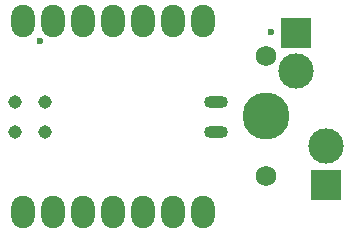
<source format=gbr>
G04 #@! TF.GenerationSoftware,KiCad,Pcbnew,8.0.6*
G04 #@! TF.CreationDate,2025-06-28T12:58:56+01:00*
G04 #@! TF.ProjectId,1x1,3178312e-6b69-4636-9164-5f7063625858,0.1*
G04 #@! TF.SameCoordinates,Original*
G04 #@! TF.FileFunction,Soldermask,Bot*
G04 #@! TF.FilePolarity,Negative*
%FSLAX46Y46*%
G04 Gerber Fmt 4.6, Leading zero omitted, Abs format (unit mm)*
G04 Created by KiCad (PCBNEW 8.0.6) date 2025-06-28 12:58:56*
%MOMM*%
%LPD*%
G01*
G04 APERTURE LIST*
%ADD10C,1.750000*%
%ADD11C,3.000000*%
%ADD12C,3.987800*%
%ADD13R,2.500000X2.550000*%
%ADD14O,1.998980X2.748280*%
%ADD15O,2.032000X1.016000*%
%ADD16C,1.143000*%
%ADD17C,0.600000*%
G04 APERTURE END LIST*
D10*
X114920000Y-56578000D03*
D11*
X117460000Y-57848000D03*
D12*
X114920000Y-61658000D03*
D11*
X120000000Y-64198000D03*
D10*
X114920000Y-66738000D03*
D13*
X117460000Y-54573000D03*
X120000000Y-67500000D03*
D14*
X94376066Y-53608000D03*
X96916066Y-53608000D03*
X99456066Y-53608000D03*
X101996066Y-53608000D03*
X104536066Y-53608000D03*
X107076066Y-53608000D03*
X109616066Y-53608000D03*
X109616066Y-69772560D03*
X107076066Y-69772560D03*
X104536066Y-69772560D03*
X101996066Y-69772560D03*
X99456066Y-69772560D03*
X96916066Y-69772560D03*
X94376066Y-69772560D03*
D15*
X110693886Y-60474880D03*
X110693886Y-63024880D03*
D16*
X93689699Y-60473683D03*
X93689699Y-63013683D03*
X96229699Y-60473683D03*
X96229699Y-63013683D03*
D17*
X115344066Y-54546000D03*
X95786066Y-55308000D03*
M02*

</source>
